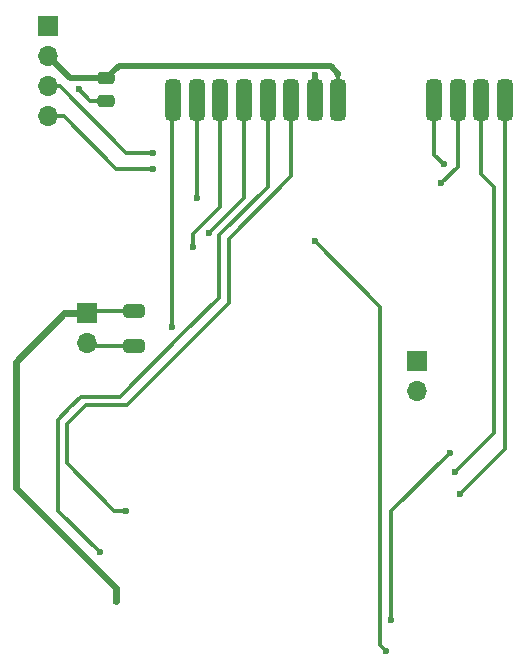
<source format=gbr>
%TF.GenerationSoftware,KiCad,Pcbnew,9.0.0*%
%TF.CreationDate,2025-03-25T20:09:49+01:00*%
%TF.ProjectId,raumtemp_front,7261756d-7465-46d7-905f-66726f6e742e,rev?*%
%TF.SameCoordinates,Original*%
%TF.FileFunction,Copper,L1,Top*%
%TF.FilePolarity,Positive*%
%FSLAX46Y46*%
G04 Gerber Fmt 4.6, Leading zero omitted, Abs format (unit mm)*
G04 Created by KiCad (PCBNEW 9.0.0) date 2025-03-25 20:09:49*
%MOMM*%
%LPD*%
G01*
G04 APERTURE LIST*
G04 Aperture macros list*
%AMRoundRect*
0 Rectangle with rounded corners*
0 $1 Rounding radius*
0 $2 $3 $4 $5 $6 $7 $8 $9 X,Y pos of 4 corners*
0 Add a 4 corners polygon primitive as box body*
4,1,4,$2,$3,$4,$5,$6,$7,$8,$9,$2,$3,0*
0 Add four circle primitives for the rounded corners*
1,1,$1+$1,$2,$3*
1,1,$1+$1,$4,$5*
1,1,$1+$1,$6,$7*
1,1,$1+$1,$8,$9*
0 Add four rect primitives between the rounded corners*
20,1,$1+$1,$2,$3,$4,$5,0*
20,1,$1+$1,$4,$5,$6,$7,0*
20,1,$1+$1,$6,$7,$8,$9,0*
20,1,$1+$1,$8,$9,$2,$3,0*%
G04 Aperture macros list end*
%TA.AperFunction,SMDPad,CuDef*%
%ADD10RoundRect,0.250000X0.475000X-0.250000X0.475000X0.250000X-0.475000X0.250000X-0.475000X-0.250000X0*%
%TD*%
%TA.AperFunction,ComponentPad*%
%ADD11R,1.700000X1.700000*%
%TD*%
%TA.AperFunction,ComponentPad*%
%ADD12O,1.700000X1.700000*%
%TD*%
%TA.AperFunction,SMDPad,CuDef*%
%ADD13RoundRect,0.250000X-0.650000X0.325000X-0.650000X-0.325000X0.650000X-0.325000X0.650000X0.325000X0*%
%TD*%
%TA.AperFunction,SMDPad,CuDef*%
%ADD14RoundRect,0.325000X0.325000X1.425000X-0.325000X1.425000X-0.325000X-1.425000X0.325000X-1.425000X0*%
%TD*%
%TA.AperFunction,ViaPad*%
%ADD15C,0.600000*%
%TD*%
%TA.AperFunction,Conductor*%
%ADD16C,0.300000*%
%TD*%
%TA.AperFunction,Conductor*%
%ADD17C,0.500000*%
%TD*%
%TA.AperFunction,Conductor*%
%ADD18C,0.600000*%
%TD*%
G04 APERTURE END LIST*
D10*
%TO.P,C1,1*%
%TO.N,+3.3V*%
X150550000Y-98200000D03*
%TO.P,C1,2*%
%TO.N,GND*%
X150550000Y-96300000D03*
%TD*%
D11*
%TO.P,J3,1,Pin_1*%
%TO.N,+3.3V*%
X145600000Y-91900000D03*
D12*
%TO.P,J3,2,Pin_2*%
%TO.N,GND*%
X145600000Y-94440000D03*
%TO.P,J3,3,Pin_3*%
%TO.N,Net-(J1-Pin_4)*%
X145600000Y-96980000D03*
%TO.P,J3,4,Pin_4*%
%TO.N,Net-(J1-Pin_3)*%
X145600000Y-99520000D03*
%TD*%
D11*
%TO.P,J5,1,Pin_1*%
%TO.N,Net-(J5-Pin_1)*%
X176825000Y-120200000D03*
D12*
%TO.P,J5,2,Pin_2*%
%TO.N,Net-(J5-Pin_2)*%
X176825000Y-122740000D03*
%TD*%
D13*
%TO.P,C2,1*%
%TO.N,+3.3V*%
X152900000Y-116025000D03*
%TO.P,C2,2*%
%TO.N,GND*%
X152900000Y-118975000D03*
%TD*%
D14*
%TO.P,J1,1,Pin_1*%
%TO.N,Net-(J1-Pin_1)*%
X184300000Y-98100000D03*
%TO.P,J1,2,Pin_2*%
%TO.N,Net-(J1-Pin_2)*%
X182300000Y-98100000D03*
%TO.P,J1,3,Pin_3*%
%TO.N,Net-(J1-Pin_3)*%
X180300000Y-98100000D03*
%TO.P,J1,4,Pin_4*%
%TO.N,Net-(J1-Pin_4)*%
X178300000Y-98100000D03*
%TD*%
%TO.P,J2,1,Pin_1*%
%TO.N,GND*%
X170200000Y-98100000D03*
%TO.P,J2,2,Pin_2*%
%TO.N,+3.3V*%
X168200000Y-98100000D03*
%TO.P,J2,3,Pin_3*%
%TO.N,Net-(J2-Pin_3)*%
X166200000Y-98100000D03*
%TO.P,J2,4,Pin_4*%
%TO.N,Net-(J2-Pin_4)*%
X164200000Y-98100000D03*
%TO.P,J2,5,Pin_5*%
%TO.N,Net-(J2-Pin_5)*%
X162200000Y-98100000D03*
%TO.P,J2,6,Pin_6*%
%TO.N,Net-(J2-Pin_6)*%
X160200000Y-98100000D03*
%TO.P,J2,7,Pin_7*%
%TO.N,Net-(J2-Pin_7)*%
X158200000Y-98100000D03*
%TO.P,J2,8,Pin_8*%
%TO.N,Net-(J2-Pin_8)*%
X156200000Y-98100000D03*
%TD*%
D11*
%TO.P,J4,1,Pin_1*%
%TO.N,+3.3V*%
X148925000Y-116200000D03*
D12*
%TO.P,J4,2,Pin_2*%
%TO.N,GND*%
X148925000Y-118740000D03*
%TD*%
D15*
%TO.N,Net-(J1-Pin_4)*%
X154500000Y-102600000D03*
X179100000Y-103600000D03*
%TO.N,Net-(J1-Pin_3)*%
X154500000Y-104000000D03*
X174650000Y-142150000D03*
X179600000Y-128000000D03*
X178900000Y-105200000D03*
%TO.N,Net-(J1-Pin_2)*%
X180050000Y-129650000D03*
%TO.N,Net-(J1-Pin_1)*%
X180450000Y-131500000D03*
%TO.N,Net-(J2-Pin_7)*%
X158200000Y-106400000D03*
X168200000Y-110100000D03*
X174250000Y-144750000D03*
%TO.N,Net-(J2-Pin_3)*%
X152250000Y-132900000D03*
%TO.N,Net-(J2-Pin_4)*%
X150000000Y-136450000D03*
%TO.N,Net-(J2-Pin_6)*%
X157900000Y-110600000D03*
%TO.N,Net-(J2-Pin_8)*%
X156100000Y-117350000D03*
%TO.N,Net-(J2-Pin_5)*%
X159200000Y-109400000D03*
%TO.N,GND*%
X170200000Y-95900000D03*
%TO.N,+3.3V*%
X151350000Y-140550000D03*
X148200000Y-97200000D03*
X168200000Y-96000000D03*
%TD*%
D16*
%TO.N,Net-(J2-Pin_3)*%
X166200000Y-104600000D02*
X166200000Y-98100000D01*
X160900000Y-115350000D02*
X160900000Y-109900000D01*
X160900000Y-109900000D02*
X166200000Y-104600000D01*
X147200000Y-125600000D02*
X148850000Y-123950000D01*
X147200000Y-128908520D02*
X147200000Y-125600000D01*
X151191480Y-132900000D02*
X147200000Y-128908520D01*
X152300000Y-123950000D02*
X160900000Y-115350000D01*
X152250000Y-132900000D02*
X151191480Y-132900000D01*
X148850000Y-123950000D02*
X152300000Y-123950000D01*
%TO.N,Net-(J2-Pin_8)*%
X156100000Y-98200000D02*
X156200000Y-98100000D01*
X156100000Y-117350000D02*
X156100000Y-98200000D01*
%TO.N,Net-(J1-Pin_1)*%
X184300000Y-127650000D02*
X184300000Y-98100000D01*
X180450000Y-131500000D02*
X184300000Y-127650000D01*
D17*
%TO.N,GND*%
X147460000Y-96300000D02*
X145600000Y-94440000D01*
X150550000Y-96300000D02*
X147460000Y-96300000D01*
X151601000Y-95249000D02*
X169549000Y-95249000D01*
X169549000Y-95249000D02*
X170200000Y-95900000D01*
X150550000Y-96300000D02*
X151601000Y-95249000D01*
D16*
%TO.N,Net-(J1-Pin_4)*%
X146580000Y-96980000D02*
X152200000Y-102600000D01*
X152200000Y-102600000D02*
X154500000Y-102600000D01*
X145600000Y-96980000D02*
X146580000Y-96980000D01*
X178300000Y-98100000D02*
X178300000Y-102800000D01*
X178300000Y-102800000D02*
X179100000Y-103600000D01*
%TO.N,Net-(J1-Pin_3)*%
X180300000Y-103800000D02*
X180300000Y-98100000D01*
X145600000Y-99520000D02*
X146920000Y-99520000D01*
X178900000Y-105200000D02*
X180300000Y-103800000D01*
X146920000Y-99520000D02*
X151400000Y-104000000D01*
X179600000Y-128000000D02*
X174650000Y-132950000D01*
X174650000Y-132950000D02*
X174650000Y-142150000D01*
X154600000Y-104000000D02*
X154500000Y-104000000D01*
X151400000Y-104000000D02*
X154600000Y-104000000D01*
%TO.N,Net-(J1-Pin_2)*%
X183400000Y-105500000D02*
X182300000Y-104400000D01*
X183400000Y-126300000D02*
X183400000Y-105500000D01*
X180050000Y-129650000D02*
X183400000Y-126300000D01*
X182300000Y-98100000D02*
X182300000Y-104400000D01*
%TO.N,Net-(J2-Pin_7)*%
X173750000Y-115650000D02*
X168200000Y-110100000D01*
X173750000Y-144250000D02*
X173750000Y-115650000D01*
X158200000Y-98100000D02*
X158200000Y-106400000D01*
X174250000Y-144750000D02*
X173750000Y-144250000D01*
%TO.N,Net-(J2-Pin_4)*%
X146450000Y-129850000D02*
X146450000Y-132900000D01*
X160050000Y-109650000D02*
X160050000Y-114900000D01*
X160175000Y-109525000D02*
X160100000Y-109600000D01*
X164200000Y-105500000D02*
X160175000Y-109525000D01*
X151700000Y-123250000D02*
X150850000Y-123250000D01*
X148400000Y-123250000D02*
X147500000Y-124150000D01*
X160175000Y-109525000D02*
X160050000Y-109650000D01*
X146450000Y-132900000D02*
X150000000Y-136450000D01*
X146450000Y-125200000D02*
X146450000Y-129850000D01*
X147500000Y-124150000D02*
X146450000Y-125200000D01*
X164200000Y-98100000D02*
X164200000Y-105500000D01*
X150850000Y-123250000D02*
X148400000Y-123250000D01*
X160050000Y-114900000D02*
X157050000Y-117900000D01*
X157050000Y-117900000D02*
X151700000Y-123250000D01*
%TO.N,Net-(J2-Pin_6)*%
X157900000Y-109500000D02*
X160200000Y-107200000D01*
X160200000Y-107200000D02*
X160200000Y-98100000D01*
X157900000Y-110600000D02*
X157900000Y-109500000D01*
%TO.N,Net-(J2-Pin_5)*%
X162200000Y-98100000D02*
X162200000Y-106400000D01*
X162200000Y-106400000D02*
X159200000Y-109400000D01*
%TO.N,GND*%
X149160000Y-118975000D02*
X148925000Y-118740000D01*
X152900000Y-118975000D02*
X149160000Y-118975000D01*
X170200000Y-98100000D02*
X170200000Y-95900000D01*
%TO.N,+3.3V*%
X152900000Y-116025000D02*
X149100000Y-116025000D01*
D18*
X142900000Y-120300000D02*
X147000000Y-116200000D01*
D16*
X149100000Y-116025000D02*
X148925000Y-116200000D01*
D18*
X151350000Y-139450000D02*
X151350000Y-140550000D01*
D16*
X149200000Y-98200000D02*
X148200000Y-97200000D01*
D18*
X142900000Y-131000000D02*
X151350000Y-139450000D01*
X147000000Y-116200000D02*
X148925000Y-116200000D01*
D16*
X150550000Y-98200000D02*
X149200000Y-98200000D01*
D18*
X142900000Y-131000000D02*
X142900000Y-120300000D01*
D17*
X168200000Y-98100000D02*
X168200000Y-96000000D01*
%TD*%
M02*

</source>
